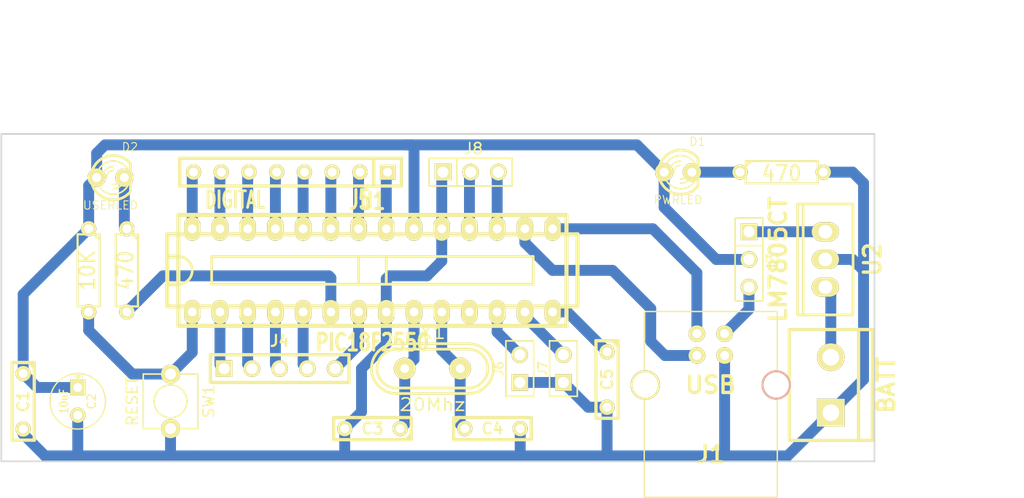
<source format=kicad_pcb>
(kicad_pcb (version 3) (host pcbnew "(2012-nov-02)-stable")

  (general
    (links 52)
    (no_connects 0)
    (area 62.424999 45.78055 144.9944 79.850501)
    (thickness 1.6)
    (drawings 6)
    (tracks 131)
    (zones 0)
    (modules 22)
    (nets 32)
  )

  (page User 431.8 279.4 portrait)
  (title_block 
    (title "Pinguino 2550")
    (rev 1.0)
    (company "E.E.T. Nro.7 - Banfield")
    (comment 1 "Prof. Victor Villarreal")
    (comment 2 "Placa Pinguino 18F2550")
  )

  (layers
    (15 F.Cu signal)
    (0 B.Cu signal)
    (16 B.Adhes user)
    (17 F.Adhes user)
    (18 B.Paste user)
    (19 F.Paste user)
    (20 B.SilkS user)
    (21 F.SilkS user)
    (22 B.Mask user)
    (23 F.Mask user)
    (24 Dwgs.User user)
    (25 Cmts.User user)
    (26 Eco1.User user)
    (27 Eco2.User user)
    (28 Edge.Cuts user)
  )

  (setup
    (last_trace_width 1)
    (trace_clearance 0.5)
    (zone_clearance 0.508)
    (zone_45_only no)
    (trace_min 0.5)
    (segment_width 0.2)
    (edge_width 0.15)
    (via_size 0.889)
    (via_drill 0.635)
    (via_min_size 0.889)
    (via_min_drill 0.508)
    (uvia_size 0.508)
    (uvia_drill 0.127)
    (uvias_allowed no)
    (uvia_min_size 0.508)
    (uvia_min_drill 0.127)
    (pcb_text_width 0.3)
    (pcb_text_size 1 1)
    (mod_edge_width 0.15)
    (mod_text_size 1 1)
    (mod_text_width 0.15)
    (pad_size 1 1)
    (pad_drill 0.6)
    (pad_to_mask_clearance 0)
    (aux_axis_origin 0 0)
    (visible_elements FFFFFBBF)
    (pcbplotparams
      (layerselection 3178497)
      (usegerberextensions true)
      (excludeedgelayer true)
      (linewidth 152400)
      (plotframeref false)
      (viasonmask false)
      (mode 1)
      (useauxorigin false)
      (hpglpennumber 1)
      (hpglpenspeed 20)
      (hpglpendiameter 15)
      (hpglpenoverlay 2)
      (psnegative false)
      (psa4output false)
      (plotreference true)
      (plotvalue true)
      (plotothertext true)
      (plotinvisibletext false)
      (padsonsilk false)
      (subtractmaskfromsilk false)
      (outputformat 1)
      (mirror false)
      (drillshape 1)
      (scaleselection 1)
      (outputdirectory ""))
  )

  (net 0 "")
  (net 1 /ANALOG-1)
  (net 2 /ANALOG-2)
  (net 3 /ANALOG-3)
  (net 4 /ANALOG-4)
  (net 5 /ANALOG-5)
  (net 6 /DIGITAL-1)
  (net 7 /DIGITAL-2)
  (net 8 /DIGITAL-3)
  (net 9 /DIGITAL-4)
  (net 10 /DIGITAL-5)
  (net 11 /DIGITAL-6)
  (net 12 /DIGITAL-7)
  (net 13 /DIGITAL-8)
  (net 14 /PWM-1)
  (net 15 /PWM-2)
  (net 16 /UART-RX)
  (net 17 /UART-TX)
  (net 18 /USB+)
  (net 19 /USB-)
  (net 20 GNDPWR)
  (net 21 N-0000017)
  (net 22 N-0000018)
  (net 23 N-0000027)
  (net 24 N-0000028)
  (net 25 N-0000029)
  (net 26 N-0000030)
  (net 27 N-0000031)
  (net 28 N-0000032)
  (net 29 N-0000033)
  (net 30 N-0000034)
  (net 31 VCC)

  (net_class Default "This is the default net class."
    (clearance 0.5)
    (trace_width 1)
    (via_dia 0.889)
    (via_drill 0.635)
    (uvia_dia 0.508)
    (uvia_drill 0.127)
    (add_net "")
    (add_net /ANALOG-1)
    (add_net /ANALOG-2)
    (add_net /ANALOG-3)
    (add_net /ANALOG-4)
    (add_net /ANALOG-5)
    (add_net /DIGITAL-1)
    (add_net /DIGITAL-2)
    (add_net /DIGITAL-3)
    (add_net /DIGITAL-4)
    (add_net /DIGITAL-5)
    (add_net /DIGITAL-6)
    (add_net /DIGITAL-7)
    (add_net /DIGITAL-8)
    (add_net /PWM-1)
    (add_net /PWM-2)
    (add_net /UART-RX)
    (add_net /UART-TX)
    (add_net /USB+)
    (add_net /USB-)
    (add_net GNDPWR)
    (add_net N-0000017)
    (add_net N-0000018)
    (add_net N-0000027)
    (add_net N-0000028)
    (add_net N-0000029)
    (add_net N-0000030)
    (add_net N-0000031)
    (add_net N-0000032)
    (add_net N-0000033)
    (add_net N-0000034)
    (add_net VCC)
  )

  (module USB_B (layer F.Cu) (tedit 48A935FA) (tstamp 52F3AE87)
    (at 127.5 69)
    (tags USB)
    (path /52EAE320)
    (fp_text reference J1 (at 0 6.35) (layer F.SilkS)
      (effects (font (size 1.524 1.524) (thickness 0.3048)))
    )
    (fp_text value USB (at 0 0) (layer F.SilkS)
      (effects (font (size 1.524 1.524) (thickness 0.3048)))
    )
    (fp_line (start -6.096 10.287) (end 6.096 10.287) (layer F.SilkS) (width 0.127))
    (fp_line (start 6.096 10.287) (end 6.096 -6.731) (layer F.SilkS) (width 0.127))
    (fp_line (start 6.096 -6.731) (end -6.096 -6.731) (layer F.SilkS) (width 0.127))
    (fp_line (start -6.096 -6.731) (end -6.096 10.287) (layer F.SilkS) (width 0.127))
    (pad 1 thru_hole circle (at 1.27 -4.699) (size 1.524 1.524) (drill 0.8128)
      (layers *.Cu *.Mask F.SilkS)
      (net 25 N-0000029)
    )
    (pad 2 thru_hole circle (at -1.27 -4.699) (size 1.524 1.524) (drill 0.8128)
      (layers *.Cu *.Mask F.SilkS)
      (net 19 /USB-)
    )
    (pad 3 thru_hole circle (at -1.27 -2.70002) (size 1.524 1.524) (drill 0.8128)
      (layers *.Cu *.Mask F.SilkS)
      (net 18 /USB+)
    )
    (pad 4 thru_hole circle (at 1.27 -2.70002) (size 1.524 1.524) (drill 0.8128)
      (layers *.Cu *.Mask F.SilkS)
      (net 20 GNDPWR)
    )
    (pad 5 np_thru_hole circle (at 5.99948 0) (size 2.70002 2.70002) (drill 2.30124)
      (layers *.Cu *.SilkS *.Mask)
    )
    (pad 6 thru_hole circle (at -5.99948 0) (size 2.70002 2.70002) (drill 2.30124)
      (layers *.Cu *.Mask F.SilkS)
    )
    (model connectors/USB_type_B.wrl
      (at (xyz 0 0 0.001))
      (scale (xyz 0.3937 0.3937 0.3937))
      (rotate (xyz 0 0 0))
    )
  )

  (module SIL-8 (layer F.Cu) (tedit 200000) (tstamp 52F3A752)
    (at 89 49.5 180)
    (descr "Connecteur 8 pins")
    (tags "CONN DEV")
    (path /52EB0853)
    (fp_text reference J5 (at -6.35 -2.54 180) (layer F.SilkS)
      (effects (font (size 1.72974 1.08712) (thickness 0.3048)))
    )
    (fp_text value DIGITAL (at 5.08 -2.54 180) (layer F.SilkS)
      (effects (font (size 1.524 1.016) (thickness 0.3048)))
    )
    (fp_line (start -10.16 -1.27) (end 10.16 -1.27) (layer F.SilkS) (width 0.3048))
    (fp_line (start 10.16 -1.27) (end 10.16 1.27) (layer F.SilkS) (width 0.3048))
    (fp_line (start 10.16 1.27) (end -10.16 1.27) (layer F.SilkS) (width 0.3048))
    (fp_line (start -10.16 1.27) (end -10.16 -1.27) (layer F.SilkS) (width 0.3048))
    (fp_line (start -7.62 1.27) (end -7.62 -1.27) (layer F.SilkS) (width 0.3048))
    (pad 1 thru_hole rect (at -8.89 0 180) (size 1.397 1.397) (drill 0.8128)
      (layers *.Cu *.Mask F.SilkS)
      (net 6 /DIGITAL-1)
    )
    (pad 2 thru_hole circle (at -6.35 0 180) (size 1.397 1.397) (drill 0.8128)
      (layers *.Cu *.Mask F.SilkS)
      (net 7 /DIGITAL-2)
    )
    (pad 3 thru_hole circle (at -3.81 0 180) (size 1.397 1.397) (drill 0.8128)
      (layers *.Cu *.Mask F.SilkS)
      (net 8 /DIGITAL-3)
    )
    (pad 4 thru_hole circle (at -1.27 0 180) (size 1.397 1.397) (drill 0.8128)
      (layers *.Cu *.Mask F.SilkS)
      (net 9 /DIGITAL-4)
    )
    (pad 5 thru_hole circle (at 1.27 0 180) (size 1.397 1.397) (drill 0.8128)
      (layers *.Cu *.Mask F.SilkS)
      (net 10 /DIGITAL-5)
    )
    (pad 6 thru_hole circle (at 3.81 0 180) (size 1.397 1.397) (drill 0.8128)
      (layers *.Cu *.Mask F.SilkS)
      (net 11 /DIGITAL-6)
    )
    (pad 7 thru_hole circle (at 6.35 0 180) (size 1.397 1.397) (drill 0.8128)
      (layers *.Cu *.Mask F.SilkS)
      (net 12 /DIGITAL-7)
    )
    (pad 8 thru_hole circle (at 8.89 0 180) (size 1.397 1.397) (drill 0.8128)
      (layers *.Cu *.Mask F.SilkS)
      (net 13 /DIGITAL-8)
    )
  )

  (module R3 (layer F.Cu) (tedit 4E4C0E65) (tstamp 52F3A760)
    (at 134 49.5)
    (descr "Resitance 3 pas")
    (tags R)
    (path /52EAEE87)
    (autoplace_cost180 10)
    (fp_text reference R1 (at 0 0.127) (layer F.SilkS) hide
      (effects (font (size 1.397 1.27) (thickness 0.2032)))
    )
    (fp_text value 470 (at 0 0.127) (layer F.SilkS)
      (effects (font (size 1.397 1.27) (thickness 0.2032)))
    )
    (fp_line (start -3.81 0) (end -3.302 0) (layer F.SilkS) (width 0.2032))
    (fp_line (start 3.81 0) (end 3.302 0) (layer F.SilkS) (width 0.2032))
    (fp_line (start 3.302 0) (end 3.302 -1.016) (layer F.SilkS) (width 0.2032))
    (fp_line (start 3.302 -1.016) (end -3.302 -1.016) (layer F.SilkS) (width 0.2032))
    (fp_line (start -3.302 -1.016) (end -3.302 1.016) (layer F.SilkS) (width 0.2032))
    (fp_line (start -3.302 1.016) (end 3.302 1.016) (layer F.SilkS) (width 0.2032))
    (fp_line (start 3.302 1.016) (end 3.302 0) (layer F.SilkS) (width 0.2032))
    (fp_line (start -3.302 -0.508) (end -2.794 -1.016) (layer F.SilkS) (width 0.2032))
    (pad 1 thru_hole circle (at -3.81 0) (size 1.397 1.397) (drill 0.8128)
      (layers *.Cu *.Mask F.SilkS)
      (net 30 N-0000034)
    )
    (pad 2 thru_hole circle (at 3.81 0) (size 1.397 1.397) (drill 0.8128)
      (layers *.Cu *.Mask F.SilkS)
      (net 20 GNDPWR)
    )
    (model discret/resistor.wrl
      (at (xyz 0 0 0))
      (scale (xyz 0.3 0.3 0.3))
      (rotate (xyz 0 0 0))
    )
  )

  (module R3 (layer F.Cu) (tedit 4E4C0E65) (tstamp 52F3B218)
    (at 74 58.5 270)
    (descr "Resitance 3 pas")
    (tags R)
    (path /52EAFAE0)
    (autoplace_cost180 10)
    (fp_text reference R3 (at 0 0.127 270) (layer F.SilkS) hide
      (effects (font (size 1.397 1.27) (thickness 0.2032)))
    )
    (fp_text value 470 (at 0 0.127 270) (layer F.SilkS)
      (effects (font (size 1.397 1.27) (thickness 0.2032)))
    )
    (fp_line (start -3.81 0) (end -3.302 0) (layer F.SilkS) (width 0.2032))
    (fp_line (start 3.81 0) (end 3.302 0) (layer F.SilkS) (width 0.2032))
    (fp_line (start 3.302 0) (end 3.302 -1.016) (layer F.SilkS) (width 0.2032))
    (fp_line (start 3.302 -1.016) (end -3.302 -1.016) (layer F.SilkS) (width 0.2032))
    (fp_line (start -3.302 -1.016) (end -3.302 1.016) (layer F.SilkS) (width 0.2032))
    (fp_line (start -3.302 1.016) (end 3.302 1.016) (layer F.SilkS) (width 0.2032))
    (fp_line (start 3.302 1.016) (end 3.302 0) (layer F.SilkS) (width 0.2032))
    (fp_line (start -3.302 -0.508) (end -2.794 -1.016) (layer F.SilkS) (width 0.2032))
    (pad 1 thru_hole circle (at -3.81 0 270) (size 1.397 1.397) (drill 0.8128)
      (layers *.Cu *.Mask F.SilkS)
      (net 22 N-0000018)
    )
    (pad 2 thru_hole circle (at 3.81 0 270) (size 1.397 1.397) (drill 0.8128)
      (layers *.Cu *.Mask F.SilkS)
      (net 21 N-0000017)
    )
    (model discret/resistor.wrl
      (at (xyz 0 0 0))
      (scale (xyz 0.3 0.3 0.3))
      (rotate (xyz 0 0 0))
    )
  )

  (module R3 (layer F.Cu) (tedit 4E4C0E65) (tstamp 52F3A77C)
    (at 70.5 58.5 270)
    (descr "Resitance 3 pas")
    (tags R)
    (path /52EAF69C)
    (autoplace_cost180 10)
    (fp_text reference R2 (at 0 0.127 270) (layer F.SilkS) hide
      (effects (font (size 1.397 1.27) (thickness 0.2032)))
    )
    (fp_text value 10K (at 0 0.127 270) (layer F.SilkS)
      (effects (font (size 1.397 1.27) (thickness 0.2032)))
    )
    (fp_line (start -3.81 0) (end -3.302 0) (layer F.SilkS) (width 0.2032))
    (fp_line (start 3.81 0) (end 3.302 0) (layer F.SilkS) (width 0.2032))
    (fp_line (start 3.302 0) (end 3.302 -1.016) (layer F.SilkS) (width 0.2032))
    (fp_line (start 3.302 -1.016) (end -3.302 -1.016) (layer F.SilkS) (width 0.2032))
    (fp_line (start -3.302 -1.016) (end -3.302 1.016) (layer F.SilkS) (width 0.2032))
    (fp_line (start -3.302 1.016) (end 3.302 1.016) (layer F.SilkS) (width 0.2032))
    (fp_line (start 3.302 1.016) (end 3.302 0) (layer F.SilkS) (width 0.2032))
    (fp_line (start -3.302 -0.508) (end -2.794 -1.016) (layer F.SilkS) (width 0.2032))
    (pad 1 thru_hole circle (at -3.81 0 270) (size 1.397 1.397) (drill 0.8128)
      (layers *.Cu *.Mask F.SilkS)
      (net 31 VCC)
    )
    (pad 2 thru_hole circle (at 3.81 0 270) (size 1.397 1.397) (drill 0.8128)
      (layers *.Cu *.Mask F.SilkS)
      (net 26 N-0000030)
    )
    (model discret/resistor.wrl
      (at (xyz 0 0 0))
      (scale (xyz 0.3 0.3 0.3))
      (rotate (xyz 0 0 0))
    )
  )

  (module PIN_ARRAY_5x1 (layer F.Cu) (tedit 45976D86) (tstamp 52F3A789)
    (at 88 67.5)
    (descr "Double rangee de contacts 2 x 5 pins")
    (tags CONN)
    (path /52EB0844)
    (fp_text reference J4 (at 0 -2.54) (layer F.SilkS)
      (effects (font (size 1.016 1.016) (thickness 0.2032)))
    )
    (fp_text value ANALOG (at 0 2.54) (layer F.SilkS) hide
      (effects (font (size 1.016 1.016) (thickness 0.2032)))
    )
    (fp_line (start -6.35 -1.27) (end -6.35 1.27) (layer F.SilkS) (width 0.3048))
    (fp_line (start 6.35 1.27) (end 6.35 -1.27) (layer F.SilkS) (width 0.3048))
    (fp_line (start -6.35 -1.27) (end 6.35 -1.27) (layer F.SilkS) (width 0.3048))
    (fp_line (start 6.35 1.27) (end -6.35 1.27) (layer F.SilkS) (width 0.3048))
    (pad 1 thru_hole rect (at -5.08 0) (size 1.524 1.524) (drill 1.016)
      (layers *.Cu *.Mask F.SilkS)
      (net 1 /ANALOG-1)
    )
    (pad 2 thru_hole circle (at -2.54 0) (size 1.524 1.524) (drill 1.016)
      (layers *.Cu *.Mask F.SilkS)
      (net 2 /ANALOG-2)
    )
    (pad 3 thru_hole circle (at 0 0) (size 1.524 1.524) (drill 1.016)
      (layers *.Cu *.Mask F.SilkS)
      (net 3 /ANALOG-3)
    )
    (pad 4 thru_hole circle (at 2.54 0) (size 1.524 1.524) (drill 1.016)
      (layers *.Cu *.Mask F.SilkS)
      (net 4 /ANALOG-4)
    )
    (pad 5 thru_hole circle (at 5.08 0) (size 1.524 1.524) (drill 1.016)
      (layers *.Cu *.Mask F.SilkS)
      (net 5 /ANALOG-5)
    )
    (model pin_array/pins_array_5x1.wrl
      (at (xyz 0 0 0))
      (scale (xyz 1 1 1))
      (rotate (xyz 0 0 0))
    )
  )

  (module PIN_ARRAY_3X1 (layer F.Cu) (tedit 4C1130E0) (tstamp 52F3A795)
    (at 105.5 49.5)
    (descr "Connecteur 3 pins")
    (tags "CONN DEV")
    (path /52EB1355)
    (fp_text reference J8 (at 0.254 -2.159) (layer F.SilkS)
      (effects (font (size 1.016 1.016) (thickness 0.1524)))
    )
    (fp_text value UART (at 0 -2.159) (layer F.SilkS) hide
      (effects (font (size 1.016 1.016) (thickness 0.1524)))
    )
    (fp_line (start -3.81 1.27) (end -3.81 -1.27) (layer F.SilkS) (width 0.1524))
    (fp_line (start -3.81 -1.27) (end 3.81 -1.27) (layer F.SilkS) (width 0.1524))
    (fp_line (start 3.81 -1.27) (end 3.81 1.27) (layer F.SilkS) (width 0.1524))
    (fp_line (start 3.81 1.27) (end -3.81 1.27) (layer F.SilkS) (width 0.1524))
    (fp_line (start -1.27 -1.27) (end -1.27 1.27) (layer F.SilkS) (width 0.1524))
    (pad 1 thru_hole rect (at -2.54 0) (size 1.524 1.524) (drill 1.016)
      (layers *.Cu *.Mask F.SilkS)
      (net 20 GNDPWR)
    )
    (pad 2 thru_hole circle (at 0 0) (size 1.524 1.524) (drill 1.016)
      (layers *.Cu *.Mask F.SilkS)
      (net 16 /UART-RX)
    )
    (pad 3 thru_hole circle (at 2.54 0) (size 1.524 1.524) (drill 1.016)
      (layers *.Cu *.Mask F.SilkS)
      (net 17 /UART-TX)
    )
    (model pin_array/pins_array_3x1.wrl
      (at (xyz 0 0 0))
      (scale (xyz 1 1 1))
      (rotate (xyz 0 0 0))
    )
  )

  (module PIN_ARRAY_3X1 (layer F.Cu) (tedit 4C1130E0) (tstamp 52F3A7A1)
    (at 131 57.5 270)
    (descr "Connecteur 3 pins")
    (tags "CONN DEV")
    (path /52EAE5D3)
    (fp_text reference J3 (at 0.254 -2.159 270) (layer F.SilkS)
      (effects (font (size 1.016 1.016) (thickness 0.1524)))
    )
    (fp_text value SELECT (at 0 -2.159 270) (layer F.SilkS) hide
      (effects (font (size 1.016 1.016) (thickness 0.1524)))
    )
    (fp_line (start -3.81 1.27) (end -3.81 -1.27) (layer F.SilkS) (width 0.1524))
    (fp_line (start -3.81 -1.27) (end 3.81 -1.27) (layer F.SilkS) (width 0.1524))
    (fp_line (start 3.81 -1.27) (end 3.81 1.27) (layer F.SilkS) (width 0.1524))
    (fp_line (start 3.81 1.27) (end -3.81 1.27) (layer F.SilkS) (width 0.1524))
    (fp_line (start -1.27 -1.27) (end -1.27 1.27) (layer F.SilkS) (width 0.1524))
    (pad 1 thru_hole rect (at -2.54 0 270) (size 1.524 1.524) (drill 1.016)
      (layers *.Cu *.Mask F.SilkS)
      (net 24 N-0000028)
    )
    (pad 2 thru_hole circle (at 0 0 270) (size 1.524 1.524) (drill 1.016)
      (layers *.Cu *.Mask F.SilkS)
      (net 31 VCC)
    )
    (pad 3 thru_hole circle (at 2.54 0 270) (size 1.524 1.524) (drill 1.016)
      (layers *.Cu *.Mask F.SilkS)
      (net 25 N-0000029)
    )
    (model pin_array/pins_array_3x1.wrl
      (at (xyz 0 0 0))
      (scale (xyz 1 1 1))
      (rotate (xyz 0 0 0))
    )
  )

  (module PIN_ARRAY_2X1 (layer F.Cu) (tedit 4565C520) (tstamp 52F3A7AB)
    (at 114 67.5 90)
    (descr "Connecteurs 2 pins")
    (tags "CONN DEV")
    (path /52EB0DA7)
    (fp_text reference J7 (at 0 -1.905 90) (layer F.SilkS)
      (effects (font (size 0.762 0.762) (thickness 0.1524)))
    )
    (fp_text value PWM-2 (at 0 -1.905 90) (layer F.SilkS) hide
      (effects (font (size 0.762 0.762) (thickness 0.1524)))
    )
    (fp_line (start -2.54 1.27) (end -2.54 -1.27) (layer F.SilkS) (width 0.1524))
    (fp_line (start -2.54 -1.27) (end 2.54 -1.27) (layer F.SilkS) (width 0.1524))
    (fp_line (start 2.54 -1.27) (end 2.54 1.27) (layer F.SilkS) (width 0.1524))
    (fp_line (start 2.54 1.27) (end -2.54 1.27) (layer F.SilkS) (width 0.1524))
    (pad 1 thru_hole rect (at -1.27 0 90) (size 1.524 1.524) (drill 1.016)
      (layers *.Cu *.Mask F.SilkS)
      (net 20 GNDPWR)
    )
    (pad 2 thru_hole circle (at 1.27 0 90) (size 1.524 1.524) (drill 1.016)
      (layers *.Cu *.Mask F.SilkS)
      (net 15 /PWM-2)
    )
    (model pin_array/pins_array_2x1.wrl
      (at (xyz 0 0 0))
      (scale (xyz 1 1 1))
      (rotate (xyz 0 0 0))
    )
  )

  (module PIN_ARRAY_2X1 (layer F.Cu) (tedit 4565C520) (tstamp 52F3A7B5)
    (at 110 67.5 90)
    (descr "Connecteurs 2 pins")
    (tags "CONN DEV")
    (path /52EB0D8E)
    (fp_text reference J6 (at 0 -1.905 90) (layer F.SilkS)
      (effects (font (size 0.762 0.762) (thickness 0.1524)))
    )
    (fp_text value PWM-1 (at 0 -1.905 90) (layer F.SilkS) hide
      (effects (font (size 0.762 0.762) (thickness 0.1524)))
    )
    (fp_line (start -2.54 1.27) (end -2.54 -1.27) (layer F.SilkS) (width 0.1524))
    (fp_line (start -2.54 -1.27) (end 2.54 -1.27) (layer F.SilkS) (width 0.1524))
    (fp_line (start 2.54 -1.27) (end 2.54 1.27) (layer F.SilkS) (width 0.1524))
    (fp_line (start 2.54 1.27) (end -2.54 1.27) (layer F.SilkS) (width 0.1524))
    (pad 1 thru_hole rect (at -1.27 0 90) (size 1.524 1.524) (drill 1.016)
      (layers *.Cu *.Mask F.SilkS)
      (net 20 GNDPWR)
    )
    (pad 2 thru_hole circle (at 1.27 0 90) (size 1.524 1.524) (drill 1.016)
      (layers *.Cu *.Mask F.SilkS)
      (net 14 /PWM-1)
    )
    (model pin_array/pins_array_2x1.wrl
      (at (xyz 0 0 0))
      (scale (xyz 1 1 1))
      (rotate (xyz 0 0 0))
    )
  )

  (module LED-3MM (layer F.Cu) (tedit 50ADE848) (tstamp 52F3A7DC)
    (at 124.5 49.5)
    (descr "LED 3mm - Lead pitch 100mil (2,54mm)")
    (tags "LED led 3mm 3MM 100mil 2,54mm")
    (path /52EAEEA0)
    (fp_text reference D1 (at 1.778 -2.794) (layer F.SilkS)
      (effects (font (size 0.762 0.762) (thickness 0.0889)))
    )
    (fp_text value PWRLED (at 0 2.54) (layer F.SilkS)
      (effects (font (size 0.762 0.762) (thickness 0.0889)))
    )
    (fp_line (start 1.8288 1.27) (end 1.8288 -1.27) (layer F.SilkS) (width 0.254))
    (fp_arc (start 0.254 0) (end -1.27 0) (angle 39.8) (layer F.SilkS) (width 0.1524))
    (fp_arc (start 0.254 0) (end -0.88392 1.01092) (angle 41.6) (layer F.SilkS) (width 0.1524))
    (fp_arc (start 0.254 0) (end 1.4097 -0.9906) (angle 40.6) (layer F.SilkS) (width 0.1524))
    (fp_arc (start 0.254 0) (end 1.778 0) (angle 39.8) (layer F.SilkS) (width 0.1524))
    (fp_arc (start 0.254 0) (end 0.254 -1.524) (angle 54.4) (layer F.SilkS) (width 0.1524))
    (fp_arc (start 0.254 0) (end -0.9652 -0.9144) (angle 53.1) (layer F.SilkS) (width 0.1524))
    (fp_arc (start 0.254 0) (end 1.45542 0.93472) (angle 52.1) (layer F.SilkS) (width 0.1524))
    (fp_arc (start 0.254 0) (end 0.254 1.524) (angle 52.1) (layer F.SilkS) (width 0.1524))
    (fp_arc (start 0.254 0) (end -0.381 0) (angle 90) (layer F.SilkS) (width 0.1524))
    (fp_arc (start 0.254 0) (end -0.762 0) (angle 90) (layer F.SilkS) (width 0.1524))
    (fp_arc (start 0.254 0) (end 0.889 0) (angle 90) (layer F.SilkS) (width 0.1524))
    (fp_arc (start 0.254 0) (end 1.27 0) (angle 90) (layer F.SilkS) (width 0.1524))
    (fp_arc (start 0.254 0) (end 0.254 -2.032) (angle 50.1) (layer F.SilkS) (width 0.254))
    (fp_arc (start 0.254 0) (end -1.5367 -0.95504) (angle 61.9) (layer F.SilkS) (width 0.254))
    (fp_arc (start 0.254 0) (end 1.8034 1.31064) (angle 49.7) (layer F.SilkS) (width 0.254))
    (fp_arc (start 0.254 0) (end 0.254 2.032) (angle 60.2) (layer F.SilkS) (width 0.254))
    (fp_arc (start 0.254 0) (end -1.778 0) (angle 28.3) (layer F.SilkS) (width 0.254))
    (fp_arc (start 0.254 0) (end -1.47574 1.06426) (angle 31.6) (layer F.SilkS) (width 0.254))
    (pad 1 thru_hole circle (at -1.27 0) (size 1.6764 1.6764) (drill 0.8128)
      (layers *.Cu *.Mask F.SilkS)
      (net 31 VCC)
    )
    (pad 2 thru_hole circle (at 1.27 0) (size 1.6764 1.6764) (drill 0.8128)
      (layers *.Cu *.Mask F.SilkS)
      (net 30 N-0000034)
    )
    (model discret/leds/led3_vertical_verde.wrl
      (at (xyz 0 0 0))
      (scale (xyz 1 1 1))
      (rotate (xyz 0 0 0))
    )
  )

  (module LED-3MM (layer F.Cu) (tedit 50ADE848) (tstamp 52F3A7F5)
    (at 72.5 50)
    (descr "LED 3mm - Lead pitch 100mil (2,54mm)")
    (tags "LED led 3mm 3MM 100mil 2,54mm")
    (path /52EAFB03)
    (fp_text reference D2 (at 1.778 -2.794) (layer F.SilkS)
      (effects (font (size 0.762 0.762) (thickness 0.0889)))
    )
    (fp_text value USERLED (at 0 2.54) (layer F.SilkS)
      (effects (font (size 0.762 0.762) (thickness 0.0889)))
    )
    (fp_line (start 1.8288 1.27) (end 1.8288 -1.27) (layer F.SilkS) (width 0.254))
    (fp_arc (start 0.254 0) (end -1.27 0) (angle 39.8) (layer F.SilkS) (width 0.1524))
    (fp_arc (start 0.254 0) (end -0.88392 1.01092) (angle 41.6) (layer F.SilkS) (width 0.1524))
    (fp_arc (start 0.254 0) (end 1.4097 -0.9906) (angle 40.6) (layer F.SilkS) (width 0.1524))
    (fp_arc (start 0.254 0) (end 1.778 0) (angle 39.8) (layer F.SilkS) (width 0.1524))
    (fp_arc (start 0.254 0) (end 0.254 -1.524) (angle 54.4) (layer F.SilkS) (width 0.1524))
    (fp_arc (start 0.254 0) (end -0.9652 -0.9144) (angle 53.1) (layer F.SilkS) (width 0.1524))
    (fp_arc (start 0.254 0) (end 1.45542 0.93472) (angle 52.1) (layer F.SilkS) (width 0.1524))
    (fp_arc (start 0.254 0) (end 0.254 1.524) (angle 52.1) (layer F.SilkS) (width 0.1524))
    (fp_arc (start 0.254 0) (end -0.381 0) (angle 90) (layer F.SilkS) (width 0.1524))
    (fp_arc (start 0.254 0) (end -0.762 0) (angle 90) (layer F.SilkS) (width 0.1524))
    (fp_arc (start 0.254 0) (end 0.889 0) (angle 90) (layer F.SilkS) (width 0.1524))
    (fp_arc (start 0.254 0) (end 1.27 0) (angle 90) (layer F.SilkS) (width 0.1524))
    (fp_arc (start 0.254 0) (end 0.254 -2.032) (angle 50.1) (layer F.SilkS) (width 0.254))
    (fp_arc (start 0.254 0) (end -1.5367 -0.95504) (angle 61.9) (layer F.SilkS) (width 0.254))
    (fp_arc (start 0.254 0) (end 1.8034 1.31064) (angle 49.7) (layer F.SilkS) (width 0.254))
    (fp_arc (start 0.254 0) (end 0.254 2.032) (angle 60.2) (layer F.SilkS) (width 0.254))
    (fp_arc (start 0.254 0) (end -1.778 0) (angle 28.3) (layer F.SilkS) (width 0.254))
    (fp_arc (start 0.254 0) (end -1.47574 1.06426) (angle 31.6) (layer F.SilkS) (width 0.254))
    (pad 1 thru_hole circle (at -1.27 0) (size 1.6764 1.6764) (drill 0.8128)
      (layers *.Cu *.Mask F.SilkS)
      (net 31 VCC)
    )
    (pad 2 thru_hole circle (at 1.27 0) (size 1.6764 1.6764) (drill 0.8128)
      (layers *.Cu *.Mask F.SilkS)
      (net 22 N-0000018)
    )
    (model discret/leds/led3_vertical_verde.wrl
      (at (xyz 0 0 0))
      (scale (xyz 1 1 1))
      (rotate (xyz 0 0 0))
    )
  )

  (module dil_28-300_socket (layer F.Cu) (tedit 4E4CE305) (tstamp 52F3A828)
    (at 96.5 58.5)
    (descr "IC, DIL28 x 0,3\", with socket")
    (tags DIL)
    (path /52EAE2A1)
    (fp_text reference U1 (at 0 -6.35) (layer F.SilkS)
      (effects (font (size 1.524 1.143) (thickness 0.28702)))
    )
    (fp_text value PIC18F2550 (at 0 6.604) (layer F.SilkS)
      (effects (font (size 1.524 1.143) (thickness 0.28702)))
    )
    (fp_line (start -17.78 -5.08) (end 17.78 -5.08) (layer F.SilkS) (width 0.381))
    (fp_line (start 18.796 -3.302) (end -18.796 -3.302) (layer F.SilkS) (width 0.381))
    (fp_line (start -17.78 5.08) (end 17.78 5.08) (layer F.SilkS) (width 0.381))
    (fp_line (start 18.796 3.302) (end -18.796 3.302) (layer F.SilkS) (width 0.381))
    (fp_line (start -14.732 1.27) (end 14.732 1.27) (layer F.SilkS) (width 0.254))
    (fp_line (start 14.732 -1.27) (end -14.732 -1.27) (layer F.SilkS) (width 0.254))
    (fp_line (start 1.27 -1.27) (end 1.27 1.27) (layer F.SilkS) (width 0.254))
    (fp_line (start -1.27 -1.27) (end -1.27 1.27) (layer F.SilkS) (width 0.254))
    (fp_line (start -17.78 -1.27) (end -17.78 1.27) (layer F.SilkS) (width 0.381))
    (fp_arc (start -17.78 0) (end -17.78 -1.27) (angle 90) (layer F.SilkS) (width 0.254))
    (fp_arc (start -17.78 0) (end -16.51 0) (angle 90) (layer F.SilkS) (width 0.254))
    (fp_line (start -17.78 1.27) (end -18.796 1.27) (layer F.SilkS) (width 0.381))
    (fp_line (start -17.78 -1.27) (end -18.796 -1.27) (layer F.SilkS) (width 0.381))
    (fp_line (start -14.732 -1.27) (end -14.732 1.27) (layer F.SilkS) (width 0.254))
    (fp_line (start 14.732 1.27) (end 14.732 -1.27) (layer F.SilkS) (width 0.254))
    (fp_line (start 17.78 -5.08) (end 17.78 5.08) (layer F.SilkS) (width 0.381))
    (fp_line (start -17.78 5.08) (end -17.78 -5.08) (layer F.SilkS) (width 0.381))
    (fp_line (start 18.796 -3.302) (end 18.796 3.302) (layer F.SilkS) (width 0.381))
    (fp_line (start -18.796 3.302) (end -18.796 -3.302) (layer F.SilkS) (width 0.381))
    (pad 1 thru_hole oval (at -16.51 3.81) (size 1.50114 2.19964) (drill 0.8001)
      (layers *.Cu *.Mask F.SilkS)
      (net 26 N-0000030)
    )
    (pad 2 thru_hole oval (at -13.97 3.81) (size 1.50114 2.19964) (drill 0.8001)
      (layers *.Cu *.Mask F.SilkS)
      (net 1 /ANALOG-1)
    )
    (pad 3 thru_hole oval (at -11.43 3.81) (size 1.50114 2.19964) (drill 0.8001)
      (layers *.Cu *.Mask F.SilkS)
      (net 2 /ANALOG-2)
    )
    (pad 4 thru_hole oval (at -8.89 3.81) (size 1.50114 2.19964) (drill 0.8001)
      (layers *.Cu *.Mask F.SilkS)
      (net 3 /ANALOG-3)
    )
    (pad 5 thru_hole oval (at -6.35 3.81) (size 1.50114 2.19964) (drill 0.8001)
      (layers *.Cu *.Mask F.SilkS)
      (net 4 /ANALOG-4)
    )
    (pad 6 thru_hole oval (at -3.81 3.81) (size 1.50114 2.19964) (drill 0.8001)
      (layers *.Cu *.Mask F.SilkS)
      (net 21 N-0000017)
    )
    (pad 7 thru_hole oval (at -1.27 3.81) (size 1.50114 2.19964) (drill 0.8001)
      (layers *.Cu *.Mask F.SilkS)
      (net 5 /ANALOG-5)
    )
    (pad 8 thru_hole oval (at 1.27 3.81) (size 1.50114 2.19964) (drill 0.8001)
      (layers *.Cu *.Mask F.SilkS)
      (net 20 GNDPWR)
    )
    (pad 9 thru_hole oval (at 3.81 3.81) (size 1.50114 2.19964) (drill 0.8001)
      (layers *.Cu *.Mask F.SilkS)
      (net 28 N-0000032)
    )
    (pad 10 thru_hole oval (at 6.35 3.81) (size 1.50114 2.19964) (drill 0.8001)
      (layers *.Cu *.Mask F.SilkS)
      (net 29 N-0000033)
    )
    (pad 11 thru_hole oval (at 8.89 3.81) (size 1.50114 2.19964) (drill 0.8001)
      (layers *.Cu *.Mask F.SilkS)
    )
    (pad 12 thru_hole oval (at 11.43 3.81) (size 1.50114 2.19964) (drill 0.8001)
      (layers *.Cu *.Mask F.SilkS)
      (net 14 /PWM-1)
    )
    (pad 13 thru_hole oval (at 13.97 3.81) (size 1.50114 2.19964) (drill 0.8001)
      (layers *.Cu *.Mask F.SilkS)
      (net 15 /PWM-2)
    )
    (pad 14 thru_hole oval (at 16.51 3.81) (size 1.50114 2.19964) (drill 0.8001)
      (layers *.Cu *.Mask F.SilkS)
      (net 27 N-0000031)
    )
    (pad 15 thru_hole oval (at 16.51 -3.81) (size 1.50114 2.19964) (drill 0.8001)
      (layers *.Cu *.Mask F.SilkS)
      (net 19 /USB-)
    )
    (pad 16 thru_hole oval (at 13.97 -3.81) (size 1.50114 2.19964) (drill 0.8001)
      (layers *.Cu *.Mask F.SilkS)
      (net 18 /USB+)
    )
    (pad 17 thru_hole oval (at 11.43 -3.81) (size 1.50114 2.19964) (drill 0.8001)
      (layers *.Cu *.Mask F.SilkS)
      (net 17 /UART-TX)
    )
    (pad 18 thru_hole oval (at 8.89 -3.81) (size 1.50114 2.19964) (drill 0.8001)
      (layers *.Cu *.Mask F.SilkS)
      (net 16 /UART-RX)
    )
    (pad 19 thru_hole oval (at 6.35 -3.81) (size 1.50114 2.19964) (drill 0.8001)
      (layers *.Cu *.Mask F.SilkS)
      (net 20 GNDPWR)
    )
    (pad 20 thru_hole oval (at 3.81 -3.81) (size 1.50114 2.19964) (drill 0.8001)
      (layers *.Cu *.Mask F.SilkS)
      (net 31 VCC)
    )
    (pad 21 thru_hole oval (at 1.27 -3.81) (size 1.50114 2.19964) (drill 0.8001)
      (layers *.Cu *.Mask F.SilkS)
      (net 6 /DIGITAL-1)
    )
    (pad 22 thru_hole oval (at -1.27 -3.81) (size 1.50114 2.19964) (drill 0.8001)
      (layers *.Cu *.Mask F.SilkS)
      (net 7 /DIGITAL-2)
    )
    (pad 23 thru_hole oval (at -3.81 -3.81) (size 1.50114 2.19964) (drill 0.8001)
      (layers *.Cu *.Mask F.SilkS)
      (net 8 /DIGITAL-3)
    )
    (pad 24 thru_hole oval (at -6.35 -3.81) (size 1.50114 2.19964) (drill 0.8001)
      (layers *.Cu *.Mask F.SilkS)
      (net 9 /DIGITAL-4)
    )
    (pad 25 thru_hole oval (at -8.89 -3.81) (size 1.50114 2.19964) (drill 0.8001)
      (layers *.Cu *.Mask F.SilkS)
      (net 10 /DIGITAL-5)
    )
    (pad 26 thru_hole oval (at -11.43 -3.81) (size 1.50114 2.19964) (drill 0.8001)
      (layers *.Cu *.Mask F.SilkS)
      (net 11 /DIGITAL-6)
    )
    (pad 27 thru_hole oval (at -13.97 -3.81) (size 1.50114 2.19964) (drill 0.8001)
      (layers *.Cu *.Mask F.SilkS)
      (net 12 /DIGITAL-7)
    )
    (pad 28 thru_hole oval (at -16.51 -3.81) (size 1.50114 2.19964) (drill 0.8001)
      (layers *.Cu *.Mask F.SilkS)
      (net 13 /DIGITAL-8)
    )
    (model dil_28-300_socket.wrl
      (at (xyz 0 0 0))
      (scale (xyz 1 1 1))
      (rotate (xyz 0 0 0))
    )
  )

  (module custom-switch-5x5-2pin (layer F.Cu) (tedit 52F3A243) (tstamp 52F3A834)
    (at 78 70.5 90)
    (tags Switch)
    (path /52EAF6BF)
    (fp_text reference SW1 (at 0 3.5 90) (layer F.SilkS)
      (effects (font (size 1 1) (thickness 0.15)))
    )
    (fp_text value RESET (at 0 -3.5 90) (layer F.SilkS)
      (effects (font (size 1 1) (thickness 0.15)))
    )
    (fp_circle (center 0 0) (end 1.5 0) (layer F.SilkS) (width 0.15))
    (fp_line (start 0 -2.5) (end 2.5 -2.5) (layer F.SilkS) (width 0.15))
    (fp_line (start 2.5 -2.5) (end 2.5 2.5) (layer F.SilkS) (width 0.15))
    (fp_line (start 2.5 2.5) (end -2.5 2.5) (layer F.SilkS) (width 0.15))
    (fp_line (start -2.5 2.5) (end -2.5 -2.5) (layer F.SilkS) (width 0.15))
    (fp_line (start -2.5 -2.5) (end 0 -2.5) (layer F.SilkS) (width 0.15))
    (pad 1 thru_hole circle (at -2.5 0 90) (size 1.75 1.75) (drill 1)
      (layers *.Cu *.Mask F.SilkS)
      (net 20 GNDPWR)
    )
    (pad 2 thru_hole circle (at 2.5 0 90) (size 1.75 1.75) (drill 1)
      (layers *.Cu *.Mask F.SilkS)
      (net 26 N-0000030)
    )
  )

  (module crystal_hc-49s (layer F.Cu) (tedit 4D174556) (tstamp 52F3A846)
    (at 102 67.5)
    (descr "Crystal, HC-49S")
    (tags QUARTZ)
    (path /52EAF3AA)
    (autoplace_cost180 10)
    (fp_text reference X1 (at 0 -3.302) (layer F.SilkS)
      (effects (font (size 1.143 1.27) (thickness 0.1524)))
    )
    (fp_text value 20Mhz (at 0 3.302) (layer F.SilkS)
      (effects (font (size 1.143 1.27) (thickness 0.1524)))
    )
    (fp_arc (start 3.302 0) (end 3.302 -2.286) (angle 90) (layer F.SilkS) (width 0.254))
    (fp_line (start -3.302 1.778) (end 3.302 1.778) (layer F.SilkS) (width 0.254))
    (fp_line (start 3.302 -1.778) (end -3.302 -1.778) (layer F.SilkS) (width 0.254))
    (fp_arc (start 3.302 0) (end 5.08 0) (angle 90) (layer F.SilkS) (width 0.254))
    (fp_arc (start 3.302 0) (end 3.302 -1.778) (angle 90) (layer F.SilkS) (width 0.254))
    (fp_arc (start -3.302 0) (end -3.302 1.778) (angle 90) (layer F.SilkS) (width 0.254))
    (fp_arc (start -3.302 0) (end -5.08 0) (angle 90) (layer F.SilkS) (width 0.254))
    (fp_arc (start 3.302 0) (end 5.588 0) (angle 90) (layer F.SilkS) (width 0.254))
    (fp_line (start 3.302 2.286) (end -3.302 2.286) (layer F.SilkS) (width 0.254))
    (fp_line (start -3.302 -2.286) (end 3.302 -2.286) (layer F.SilkS) (width 0.254))
    (fp_arc (start -3.302 0) (end -3.302 2.286) (angle 90) (layer F.SilkS) (width 0.254))
    (fp_arc (start -3.302 0) (end -5.588 0) (angle 90) (layer F.SilkS) (width 0.254))
    (pad 1 thru_hole circle (at -2.54 0) (size 1.99898 1.99898) (drill 0.8001)
      (layers *.Cu *.Mask F.SilkS)
      (net 28 N-0000032)
    )
    (pad 2 thru_hole circle (at 2.54 0) (size 1.99898 1.99898) (drill 0.8001)
      (layers *.Cu *.Mask F.SilkS)
      (net 29 N-0000033)
    )
    (model crystal_hc-49s.wrl
      (at (xyz 0 0 0))
      (scale (xyz 1 1 1))
      (rotate (xyz 0 0 0))
    )
  )

  (module C2 (layer F.Cu) (tedit 200000) (tstamp 52F3A851)
    (at 118 68.5 270)
    (descr "Condensateur = 2 pas")
    (tags C)
    (path /52EAF631)
    (fp_text reference C5 (at 0 0 270) (layer F.SilkS)
      (effects (font (size 1.016 1.016) (thickness 0.2032)))
    )
    (fp_text value 220nF (at 0 0 270) (layer F.SilkS) hide
      (effects (font (size 1.016 1.016) (thickness 0.2032)))
    )
    (fp_line (start -3.556 -1.016) (end 3.556 -1.016) (layer F.SilkS) (width 0.3048))
    (fp_line (start 3.556 -1.016) (end 3.556 1.016) (layer F.SilkS) (width 0.3048))
    (fp_line (start 3.556 1.016) (end -3.556 1.016) (layer F.SilkS) (width 0.3048))
    (fp_line (start -3.556 1.016) (end -3.556 -1.016) (layer F.SilkS) (width 0.3048))
    (fp_line (start -3.556 -0.508) (end -3.048 -1.016) (layer F.SilkS) (width 0.3048))
    (pad 1 thru_hole circle (at -2.54 0 270) (size 1.397 1.397) (drill 0.8128)
      (layers *.Cu *.Mask F.SilkS)
      (net 27 N-0000031)
    )
    (pad 2 thru_hole circle (at 2.54 0 270) (size 1.397 1.397) (drill 0.8128)
      (layers *.Cu *.Mask F.SilkS)
      (net 20 GNDPWR)
    )
    (model discret/capa_2pas_5x5mm.wrl
      (at (xyz 0 0 0))
      (scale (xyz 1 1 1))
      (rotate (xyz 0 0 0))
    )
  )

  (module C2 (layer F.Cu) (tedit 200000) (tstamp 52F3A85C)
    (at 96.5 73 180)
    (descr "Condensateur = 2 pas")
    (tags C)
    (path /52EAF3DC)
    (fp_text reference C3 (at 0 0 180) (layer F.SilkS)
      (effects (font (size 1.016 1.016) (thickness 0.2032)))
    )
    (fp_text value 22pF (at 0 0 180) (layer F.SilkS) hide
      (effects (font (size 1.016 1.016) (thickness 0.2032)))
    )
    (fp_line (start -3.556 -1.016) (end 3.556 -1.016) (layer F.SilkS) (width 0.3048))
    (fp_line (start 3.556 -1.016) (end 3.556 1.016) (layer F.SilkS) (width 0.3048))
    (fp_line (start 3.556 1.016) (end -3.556 1.016) (layer F.SilkS) (width 0.3048))
    (fp_line (start -3.556 1.016) (end -3.556 -1.016) (layer F.SilkS) (width 0.3048))
    (fp_line (start -3.556 -0.508) (end -3.048 -1.016) (layer F.SilkS) (width 0.3048))
    (pad 1 thru_hole circle (at -2.54 0 180) (size 1.397 1.397) (drill 0.8128)
      (layers *.Cu *.Mask F.SilkS)
      (net 28 N-0000032)
    )
    (pad 2 thru_hole circle (at 2.54 0 180) (size 1.397 1.397) (drill 0.8128)
      (layers *.Cu *.Mask F.SilkS)
      (net 20 GNDPWR)
    )
    (model discret/capa_2pas_5x5mm.wrl
      (at (xyz 0 0 0))
      (scale (xyz 1 1 1))
      (rotate (xyz 0 0 0))
    )
  )

  (module C2 (layer F.Cu) (tedit 200000) (tstamp 52F3A867)
    (at 107.5 73)
    (descr "Condensateur = 2 pas")
    (tags C)
    (path /52EAF3C3)
    (fp_text reference C4 (at 0 0) (layer F.SilkS)
      (effects (font (size 1.016 1.016) (thickness 0.2032)))
    )
    (fp_text value 22pF (at 0 0) (layer F.SilkS) hide
      (effects (font (size 1.016 1.016) (thickness 0.2032)))
    )
    (fp_line (start -3.556 -1.016) (end 3.556 -1.016) (layer F.SilkS) (width 0.3048))
    (fp_line (start 3.556 -1.016) (end 3.556 1.016) (layer F.SilkS) (width 0.3048))
    (fp_line (start 3.556 1.016) (end -3.556 1.016) (layer F.SilkS) (width 0.3048))
    (fp_line (start -3.556 1.016) (end -3.556 -1.016) (layer F.SilkS) (width 0.3048))
    (fp_line (start -3.556 -0.508) (end -3.048 -1.016) (layer F.SilkS) (width 0.3048))
    (pad 1 thru_hole circle (at -2.54 0) (size 1.397 1.397) (drill 0.8128)
      (layers *.Cu *.Mask F.SilkS)
      (net 29 N-0000033)
    )
    (pad 2 thru_hole circle (at 2.54 0) (size 1.397 1.397) (drill 0.8128)
      (layers *.Cu *.Mask F.SilkS)
      (net 20 GNDPWR)
    )
    (model discret/capa_2pas_5x5mm.wrl
      (at (xyz 0 0 0))
      (scale (xyz 1 1 1))
      (rotate (xyz 0 0 0))
    )
  )

  (module C2 (layer F.Cu) (tedit 200000) (tstamp 52F3A872)
    (at 64.5 70.5 270)
    (descr "Condensateur = 2 pas")
    (tags C)
    (path /52EAEA72)
    (fp_text reference C1 (at 0 0 270) (layer F.SilkS)
      (effects (font (size 1.016 1.016) (thickness 0.2032)))
    )
    (fp_text value 100nF (at 0 0 270) (layer F.SilkS) hide
      (effects (font (size 1.016 1.016) (thickness 0.2032)))
    )
    (fp_line (start -3.556 -1.016) (end 3.556 -1.016) (layer F.SilkS) (width 0.3048))
    (fp_line (start 3.556 -1.016) (end 3.556 1.016) (layer F.SilkS) (width 0.3048))
    (fp_line (start 3.556 1.016) (end -3.556 1.016) (layer F.SilkS) (width 0.3048))
    (fp_line (start -3.556 1.016) (end -3.556 -1.016) (layer F.SilkS) (width 0.3048))
    (fp_line (start -3.556 -0.508) (end -3.048 -1.016) (layer F.SilkS) (width 0.3048))
    (pad 1 thru_hole circle (at -2.54 0 270) (size 1.397 1.397) (drill 0.8128)
      (layers *.Cu *.Mask F.SilkS)
      (net 31 VCC)
    )
    (pad 2 thru_hole circle (at 2.54 0 270) (size 1.397 1.397) (drill 0.8128)
      (layers *.Cu *.Mask F.SilkS)
      (net 20 GNDPWR)
    )
    (model discret/capa_2pas_5x5mm.wrl
      (at (xyz 0 0 0))
      (scale (xyz 1 1 1))
      (rotate (xyz 0 0 0))
    )
  )

  (module C1V5 (layer F.Cu) (tedit 3E070CF4) (tstamp 52F3A87A)
    (at 69.5 70.5 270)
    (descr "Condensateur e = 1 pas")
    (tags C)
    (path /52EAEA9A)
    (fp_text reference C2 (at 0 -1.26746 270) (layer F.SilkS)
      (effects (font (size 0.762 0.762) (thickness 0.127)))
    )
    (fp_text value 10uF (at 0 1.27 270) (layer F.SilkS)
      (effects (font (size 0.762 0.635) (thickness 0.127)))
    )
    (fp_text user + (at -2.286 0 270) (layer F.SilkS)
      (effects (font (size 0.762 0.762) (thickness 0.2032)))
    )
    (fp_circle (center 0 0) (end 0.127 -2.54) (layer F.SilkS) (width 0.127))
    (pad 1 thru_hole rect (at -1.27 0 270) (size 1.397 1.397) (drill 0.8128)
      (layers *.Cu *.Mask F.SilkS)
      (net 31 VCC)
    )
    (pad 2 thru_hole circle (at 1.27 0 270) (size 1.397 1.397) (drill 0.8128)
      (layers *.Cu *.Mask F.SilkS)
      (net 20 GNDPWR)
    )
    (model discret/c_vert_c1v5.wrl
      (at (xyz 0 0 0))
      (scale (xyz 1 1 1))
      (rotate (xyz 0 0 0))
    )
  )

  (module bornier2 (layer F.Cu) (tedit 3EC0ED69) (tstamp 52F3A885)
    (at 138.5 69 90)
    (descr "Bornier d'alimentation 2 pins")
    (tags DEV)
    (path /52EAE567)
    (fp_text reference J2 (at 0 -5.08 90) (layer F.SilkS)
      (effects (font (size 1.524 1.524) (thickness 0.3048)))
    )
    (fp_text value BATT (at 0 5.08 90) (layer F.SilkS)
      (effects (font (size 1.524 1.524) (thickness 0.3048)))
    )
    (fp_line (start 5.08 2.54) (end -5.08 2.54) (layer F.SilkS) (width 0.3048))
    (fp_line (start 5.08 3.81) (end 5.08 -3.81) (layer F.SilkS) (width 0.3048))
    (fp_line (start 5.08 -3.81) (end -5.08 -3.81) (layer F.SilkS) (width 0.3048))
    (fp_line (start -5.08 -3.81) (end -5.08 3.81) (layer F.SilkS) (width 0.3048))
    (fp_line (start -5.08 3.81) (end 5.08 3.81) (layer F.SilkS) (width 0.3048))
    (pad 1 thru_hole rect (at -2.54 0 90) (size 2.54 2.54) (drill 1.524)
      (layers *.Cu *.Mask F.SilkS)
      (net 20 GNDPWR)
    )
    (pad 2 thru_hole circle (at 2.54 0 90) (size 2.54 2.54) (drill 1.524)
      (layers *.Cu *.Mask F.SilkS)
      (net 23 N-0000027)
    )
    (model device/bornier_2.wrl
      (at (xyz 0 0 0))
      (scale (xyz 1 1 1))
      (rotate (xyz 0 0 0))
    )
  )

  (module to220_std (layer F.Cu) (tedit 52F3A672) (tstamp 52F3A7C3)
    (at 138 57.5 90)
    (descr "TO220, standard design witount bended pins")
    (path /52EAE38D)
    (fp_text reference U2 (at 0 4.318 90) (layer F.SilkS)
      (effects (font (size 1.524 1.524) (thickness 0.3048)))
    )
    (fp_text value LM7805CT (at 0 -4.318 90) (layer F.SilkS)
      (effects (font (size 1.524 1.524) (thickness 0.3048)))
    )
    (fp_line (start -5.08 -2.032) (end 5.08 -2.032) (layer F.SilkS) (width 0.254))
    (fp_line (start -5.08 -1.27) (end -5.08 2.54) (layer F.SilkS) (width 0.254))
    (fp_line (start -5.08 2.54) (end 5.08 2.54) (layer F.SilkS) (width 0.254))
    (fp_line (start 5.08 2.54) (end 5.08 -2.54) (layer F.SilkS) (width 0.254))
    (fp_line (start 5.08 -2.54) (end -5.08 -2.54) (layer F.SilkS) (width 0.254))
    (fp_line (start -5.08 -2.54) (end -5.08 -1.27) (layer F.SilkS) (width 0.254))
    (pad 3 thru_hole oval (at 2.54 0 90) (size 1.74498 2.49936) (drill 1.24968)
      (layers *.Cu *.Mask F.SilkS)
      (net 24 N-0000028)
    )
    (pad 2 thru_hole oval (at 0 0 90) (size 1.74498 2.49936) (drill 1.24968)
      (layers *.Cu *.Mask F.SilkS)
      (net 20 GNDPWR)
    )
    (pad 1 thru_hole oval (at -2.54 0 90) (size 1.74498 2.49936) (drill 1.24968)
      (layers *.Cu *.Mask F.SilkS)
      (net 23 N-0000027)
    )
    (model to220_std.wrl
      (at (xyz 0 0 0))
      (scale (xyz 1 1 1))
      (rotate (xyz 0 0 0))
    )
  )

  (dimension 80 (width 0.25) (layer Dwgs.User)
    (gr_text 80,000mm (at 102.5 35.000001) (layer Dwgs.User)
      (effects (font (size 1 1) (thickness 0.25)))
    )
    (feature1 (pts (xy 142.5 42.5) (xy 142.5 34.000001)))
    (feature2 (pts (xy 62.5 42.5) (xy 62.5 34.000001)))
    (crossbar (pts (xy 62.5 36.000001) (xy 142.5 36.000001)))
    (arrow1a (pts (xy 142.5 36.000001) (xy 141.373497 36.586421)))
    (arrow1b (pts (xy 142.5 36.000001) (xy 141.373497 35.413581)))
    (arrow2a (pts (xy 62.5 36.000001) (xy 63.626503 36.586421)))
    (arrow2b (pts (xy 62.5 36.000001) (xy 63.626503 35.413581)))
  )
  (dimension 30 (width 0.25) (layer Dwgs.User)
    (gr_text 30,000mm (at 154.499999 61 270) (layer Dwgs.User)
      (effects (font (size 1 1) (thickness 0.25)))
    )
    (feature1 (pts (xy 147 76) (xy 155.499999 76)))
    (feature2 (pts (xy 147 46) (xy 155.499999 46)))
    (crossbar (pts (xy 153.499999 46) (xy 153.499999 76)))
    (arrow1a (pts (xy 153.499999 76) (xy 152.913579 74.873497)))
    (arrow1b (pts (xy 153.499999 76) (xy 154.086419 74.873497)))
    (arrow2a (pts (xy 153.499999 46) (xy 152.913579 47.126503)))
    (arrow2b (pts (xy 153.499999 46) (xy 154.086419 47.126503)))
  )
  (gr_line (start 62.5 46) (end 62.5 76) (angle 90) (layer Edge.Cuts) (width 0.15))
  (gr_line (start 142.5 46) (end 62.5 46) (angle 90) (layer Edge.Cuts) (width 0.15))
  (gr_line (start 142.5 76) (end 142.5 46) (angle 90) (layer Edge.Cuts) (width 0.15))
  (gr_line (start 142.5 76) (end 62.5 76) (angle 90) (layer Edge.Cuts) (width 0.15))

  (segment (start 82.53 62.31) (end 82.53 67.11) (width 1) (layer B.Cu) (net 1))
  (segment (start 82.53 67.11) (end 82.92 67.5) (width 1) (layer B.Cu) (net 1) (tstamp 52F3D06D))
  (segment (start 85.07 62.31) (end 85.07 67.11) (width 1) (layer B.Cu) (net 2))
  (segment (start 85.07 67.11) (end 85.46 67.5) (width 1) (layer B.Cu) (net 2) (tstamp 52F3D073))
  (segment (start 87.61 62.31) (end 87.61 67.11) (width 1) (layer B.Cu) (net 3))
  (segment (start 87.61 67.11) (end 88 67.5) (width 1) (layer B.Cu) (net 3) (tstamp 52F3D078))
  (segment (start 90.15 62.31) (end 90.15 67.11) (width 1) (layer B.Cu) (net 4))
  (segment (start 90.15 67.11) (end 90.54 67.5) (width 1) (layer B.Cu) (net 4) (tstamp 52F3D07E))
  (segment (start 95.23 62.31) (end 95.23 65.35) (width 1) (layer B.Cu) (net 5))
  (segment (start 95.23 65.35) (end 93.08 67.5) (width 1) (layer B.Cu) (net 5) (tstamp 52F3D0AA))
  (segment (start 97.77 54.69) (end 97.77 49.62) (width 1) (layer B.Cu) (net 6))
  (segment (start 97.77 49.62) (end 97.89 49.5) (width 1) (layer B.Cu) (net 6) (tstamp 52F3D22D))
  (segment (start 95.23 54.69) (end 95.23 49.62) (width 1) (layer B.Cu) (net 7))
  (segment (start 95.23 49.62) (end 95.35 49.5) (width 1) (layer B.Cu) (net 7) (tstamp 52F3D229))
  (segment (start 92.69 54.69) (end 92.69 49.62) (width 1) (layer B.Cu) (net 8))
  (segment (start 92.69 49.62) (end 92.81 49.5) (width 1) (layer B.Cu) (net 8) (tstamp 52F3D226))
  (segment (start 90.15 54.69) (end 90.15 49.62) (width 1) (layer B.Cu) (net 9))
  (segment (start 90.15 49.62) (end 90.27 49.5) (width 1) (layer B.Cu) (net 9) (tstamp 52F3D222))
  (segment (start 87.61 54.69) (end 87.61 49.62) (width 1) (layer B.Cu) (net 10))
  (segment (start 87.61 49.62) (end 87.73 49.5) (width 1) (layer B.Cu) (net 10) (tstamp 52F3D21F))
  (segment (start 85.07 54.69) (end 85.07 49.62) (width 1) (layer B.Cu) (net 11))
  (segment (start 85.07 49.62) (end 85.19 49.5) (width 1) (layer B.Cu) (net 11) (tstamp 52F3D21B))
  (segment (start 82.53 54.69) (end 82.53 49.62) (width 1) (layer B.Cu) (net 12))
  (segment (start 82.53 49.62) (end 82.65 49.5) (width 1) (layer B.Cu) (net 12) (tstamp 52F3D217))
  (segment (start 79.99 54.69) (end 79.99 49.62) (width 1) (layer B.Cu) (net 13))
  (segment (start 79.99 49.62) (end 80.11 49.5) (width 1) (layer B.Cu) (net 13) (tstamp 52F3D213))
  (segment (start 107.93 62.31) (end 107.93 64.16) (width 1) (layer B.Cu) (net 14))
  (segment (start 107.93 64.16) (end 110 66.23) (width 1) (layer B.Cu) (net 14) (tstamp 52F3D0DA))
  (segment (start 110.47 62.31) (end 110.47 62.7) (width 1) (layer B.Cu) (net 15))
  (segment (start 110.47 62.7) (end 114 66.23) (width 1) (layer B.Cu) (net 15) (tstamp 52F3D0DE))
  (segment (start 105.39 54.69) (end 105.39 49.61) (width 1) (layer B.Cu) (net 16))
  (segment (start 105.39 49.61) (end 105.5 49.5) (width 1) (layer B.Cu) (net 16) (tstamp 52F3D3E9))
  (segment (start 107.93 54.69) (end 107.93 49.61) (width 1) (layer B.Cu) (net 17))
  (segment (start 107.93 49.61) (end 108.04 49.5) (width 1) (layer B.Cu) (net 17) (tstamp 52F3D3ED))
  (segment (start 110.47 54.69) (end 110.47 55.97) (width 1) (layer B.Cu) (net 18))
  (segment (start 123.29998 66.29998) (end 126.23 66.29998) (width 1) (layer B.Cu) (net 18) (tstamp 52F410D9))
  (segment (start 122 65) (end 123.29998 66.29998) (width 1) (layer B.Cu) (net 18) (tstamp 52F410D3))
  (segment (start 122 62) (end 122 65) (width 1) (layer B.Cu) (net 18) (tstamp 52F410CF))
  (segment (start 118.5 58.5) (end 122 62) (width 1) (layer B.Cu) (net 18) (tstamp 52F410CA))
  (segment (start 113 58.5) (end 118.5 58.5) (width 1) (layer B.Cu) (net 18) (tstamp 52F410C0))
  (segment (start 110.47 55.97) (end 113 58.5) (width 1) (layer B.Cu) (net 18) (tstamp 52F410BA))
  (segment (start 126.23 64.301) (end 126.23 58.73) (width 1) (layer B.Cu) (net 19))
  (segment (start 122.19 54.69) (end 113.01 54.69) (width 1) (layer B.Cu) (net 19) (tstamp 52F410B2))
  (segment (start 126.23 58.73) (end 122.19 54.69) (width 1) (layer B.Cu) (net 19) (tstamp 52F410A0))
  (segment (start 137.81 49.5) (end 140.5 49.5) (width 1) (layer B.Cu) (net 20))
  (segment (start 141.5 50.5) (end 141.5 58.5) (width 1) (layer B.Cu) (net 20) (tstamp 52F4102E))
  (segment (start 140.5 49.5) (end 141.5 50.5) (width 1) (layer B.Cu) (net 20) (tstamp 52F4102B))
  (segment (start 138.5 71.54) (end 138.5 71.5) (width 1) (layer B.Cu) (net 20))
  (segment (start 140.5 57.5) (end 138 57.5) (width 1) (layer B.Cu) (net 20) (tstamp 52F41025))
  (segment (start 141.5 58.5) (end 140.5 57.5) (width 1) (layer B.Cu) (net 20) (tstamp 52F41021))
  (segment (start 141.5 68.5) (end 141.5 58.5) (width 1) (layer B.Cu) (net 20) (tstamp 52F4101A))
  (segment (start 138.5 71.5) (end 141.5 68.5) (width 1) (layer B.Cu) (net 20) (tstamp 52F41004))
  (segment (start 128.77 66.29998) (end 128.77 75.5) (width 1) (layer B.Cu) (net 20))
  (segment (start 128.77 75.5) (end 129 75.5) (width 1) (layer B.Cu) (net 20) (tstamp 52F40FEF))
  (segment (start 118 75.5) (end 129 75.5) (width 1) (layer B.Cu) (net 20))
  (segment (start 129 75.5) (end 134.54 75.5) (width 1) (layer B.Cu) (net 20) (tstamp 52F40FF4))
  (segment (start 134.54 75.5) (end 138.5 71.54) (width 1) (layer B.Cu) (net 20) (tstamp 52F40FD0))
  (segment (start 102.85 54.69) (end 102.85 49.61) (width 1) (layer B.Cu) (net 20))
  (segment (start 102.85 49.61) (end 102.96 49.5) (width 1) (layer B.Cu) (net 20) (tstamp 52F40C9C))
  (segment (start 110.04 73) (end 110.04 75.5) (width 1) (layer B.Cu) (net 20))
  (segment (start 110.04 75.5) (end 110 75.5) (width 1) (layer B.Cu) (net 20) (tstamp 52F40C66))
  (segment (start 93.96 73) (end 93.96 75.5) (width 1) (layer B.Cu) (net 20))
  (segment (start 93.96 75.5) (end 94 75.5) (width 1) (layer B.Cu) (net 20) (tstamp 52F40C41))
  (segment (start 97.77 62.31) (end 97.77 65.23) (width 1) (layer B.Cu) (net 20))
  (segment (start 95.5 71.46) (end 93.96 73) (width 1) (layer B.Cu) (net 20) (tstamp 52F40C32))
  (segment (start 95.5 67.5) (end 95.5 71.46) (width 1) (layer B.Cu) (net 20) (tstamp 52F40C2F))
  (segment (start 97.77 65.23) (end 95.5 67.5) (width 1) (layer B.Cu) (net 20) (tstamp 52F40C2B))
  (segment (start 78 73) (end 78 75.5) (width 1) (layer B.Cu) (net 20))
  (segment (start 69.5 71.77) (end 69.5 75.5) (width 1) (layer B.Cu) (net 20))
  (segment (start 80.5 75.5) (end 78 75.5) (width 1) (layer B.Cu) (net 20))
  (segment (start 94 75.5) (end 80.5 75.5) (width 1) (layer B.Cu) (net 20) (tstamp 52F40C45))
  (segment (start 78 75.5) (end 69.5 75.5) (width 1) (layer B.Cu) (net 20) (tstamp 52F3DAD5))
  (segment (start 69.5 75.5) (end 66.5 75.5) (width 1) (layer B.Cu) (net 20) (tstamp 52F3DAAF))
  (segment (start 64.5 73.5) (end 64.5 73.04) (width 1) (layer B.Cu) (net 20) (tstamp 52F3DAAA))
  (segment (start 66.5 75.5) (end 64.5 73.5) (width 1) (layer B.Cu) (net 20) (tstamp 52F3DAA9))
  (segment (start 118 75.5) (end 118 71.04) (width 1) (layer B.Cu) (net 20))
  (segment (start 100.5 75.5) (end 94 75.5) (width 1) (layer B.Cu) (net 20) (tstamp 52F3D918))
  (segment (start 118 75.5) (end 110 75.5) (width 1) (layer B.Cu) (net 20) (tstamp 52F3D143))
  (segment (start 110 75.5) (end 100.5 75.5) (width 1) (layer B.Cu) (net 20) (tstamp 52F40C6A))
  (segment (start 118 71.04) (end 116.27 71.04) (width 1) (layer B.Cu) (net 20))
  (segment (start 116.27 71.04) (end 114 68.77) (width 1) (layer B.Cu) (net 20) (tstamp 52F3D128))
  (segment (start 110 68.77) (end 114 68.77) (width 1) (layer B.Cu) (net 20))
  (segment (start 97.77 62.31) (end 97.77 59.27) (width 1) (layer B.Cu) (net 20))
  (segment (start 102.85 57.65) (end 102.85 54.69) (width 1) (layer B.Cu) (net 20) (tstamp 52F3D047))
  (segment (start 101.5 59) (end 102.85 57.65) (width 1) (layer B.Cu) (net 20) (tstamp 52F3D040))
  (segment (start 98.04 59) (end 101.5 59) (width 1) (layer B.Cu) (net 20) (tstamp 52F3D03C))
  (segment (start 97.77 59.27) (end 98.04 59) (width 1) (layer B.Cu) (net 20) (tstamp 52F3D03A))
  (segment (start 92.69 62.31) (end 92.69 59.19) (width 1) (layer B.Cu) (net 21))
  (segment (start 77.31 59) (end 74 62.31) (width 1) (layer B.Cu) (net 21) (tstamp 52F3D0A3))
  (segment (start 92.5 59) (end 77.31 59) (width 1) (layer B.Cu) (net 21) (tstamp 52F3D09B))
  (segment (start 92.69 59.19) (end 92.5 59) (width 1) (layer B.Cu) (net 21) (tstamp 52F3D087))
  (segment (start 73.77 50) (end 73.77 54.46) (width 1) (layer B.Cu) (net 22))
  (segment (start 73.77 54.46) (end 74 54.69) (width 1) (layer B.Cu) (net 22) (tstamp 52F3D241))
  (segment (start 138.5 66.46) (end 138.5 60.54) (width 1) (layer B.Cu) (net 23))
  (segment (start 138.5 60.54) (end 138 60.04) (width 1) (layer B.Cu) (net 23) (tstamp 52F40FF9))
  (segment (start 138 54.96) (end 131 54.96) (width 1) (layer B.Cu) (net 24))
  (segment (start 131 60.04) (end 131 62.071) (width 1) (layer B.Cu) (net 25))
  (segment (start 131 62.071) (end 128.77 64.301) (width 1) (layer B.Cu) (net 25) (tstamp 52F4104C))
  (segment (start 70.5 62.31) (end 70.5 64) (width 1) (layer B.Cu) (net 26))
  (segment (start 74.5 68) (end 78 68) (width 1) (layer B.Cu) (net 26) (tstamp 52F3D2C4))
  (segment (start 70.5 64) (end 74.5 68) (width 1) (layer B.Cu) (net 26) (tstamp 52F3D2BC))
  (segment (start 79.99 62.31) (end 79.99 66.01) (width 1) (layer B.Cu) (net 26))
  (segment (start 79.99 66.01) (end 78 68) (width 1) (layer B.Cu) (net 26) (tstamp 52F3D247))
  (segment (start 113.01 62.31) (end 114.35 62.31) (width 1) (layer B.Cu) (net 27))
  (segment (start 114.35 62.31) (end 118 65.96) (width 1) (layer B.Cu) (net 27) (tstamp 52F3D0E3))
  (segment (start 99.46 67.5) (end 99.46 72.58) (width 1) (layer B.Cu) (net 28))
  (segment (start 99.46 72.58) (end 99.04 73) (width 1) (layer B.Cu) (net 28) (tstamp 52F40C47))
  (segment (start 100.31 62.31) (end 100.31 66.65) (width 1) (layer B.Cu) (net 28))
  (segment (start 100.31 66.65) (end 99.46 67.5) (width 1) (layer B.Cu) (net 28) (tstamp 52F3D0B0))
  (segment (start 104.54 67.5) (end 104.54 72.58) (width 1) (layer B.Cu) (net 29))
  (segment (start 104.54 72.58) (end 104.96 73) (width 1) (layer B.Cu) (net 29) (tstamp 52F40C54))
  (segment (start 102.85 62.31) (end 102.85 65.81) (width 1) (layer B.Cu) (net 29))
  (segment (start 102.85 65.81) (end 104.54 67.5) (width 1) (layer B.Cu) (net 29) (tstamp 52F3D0B5))
  (segment (start 130.19 49.5) (end 125.77 49.5) (width 1) (layer B.Cu) (net 30))
  (segment (start 99.5 47) (end 120.73 47) (width 1) (layer B.Cu) (net 31))
  (segment (start 120.73 47) (end 123.23 49.5) (width 1) (layer B.Cu) (net 31) (tstamp 52F41098))
  (segment (start 131 57.5) (end 128 57.5) (width 1) (layer B.Cu) (net 31))
  (segment (start 123.23 52.73) (end 123.23 49.5) (width 1) (layer B.Cu) (net 31) (tstamp 52F41079))
  (segment (start 128 57.5) (end 123.23 52.73) (width 1) (layer B.Cu) (net 31) (tstamp 52F41054))
  (segment (start 64.5 67.96) (end 64.5 60.69) (width 1) (layer B.Cu) (net 31))
  (segment (start 64.5 60.69) (end 70.5 54.69) (width 1) (layer B.Cu) (net 31) (tstamp 52F3DAC2))
  (segment (start 69.5 69.23) (end 65.77 69.23) (width 1) (layer B.Cu) (net 31))
  (segment (start 65.77 69.23) (end 64.5 67.96) (width 1) (layer B.Cu) (net 31) (tstamp 52F3DABC))
  (segment (start 100.31 54.69) (end 100.31 47.19) (width 1) (layer B.Cu) (net 31))
  (segment (start 71.23 47.77) (end 71.23 50) (width 1) (layer B.Cu) (net 31) (tstamp 52F3D6EE))
  (segment (start 72 47) (end 71.23 47.77) (width 1) (layer B.Cu) (net 31) (tstamp 52F3D6E8))
  (segment (start 100.12 47) (end 99.5 47) (width 1) (layer B.Cu) (net 31) (tstamp 52F3D6E0))
  (segment (start 99.5 47) (end 72 47) (width 1) (layer B.Cu) (net 31) (tstamp 52F41096))
  (segment (start 100.31 47.19) (end 100.12 47) (width 1) (layer B.Cu) (net 31) (tstamp 52F3D6DE))
  (segment (start 70.5 54.69) (end 70.5 50.73) (width 1) (layer B.Cu) (net 31))
  (segment (start 70.5 50.73) (end 71.23 50) (width 1) (layer B.Cu) (net 31) (tstamp 52F3D236))

)

</source>
